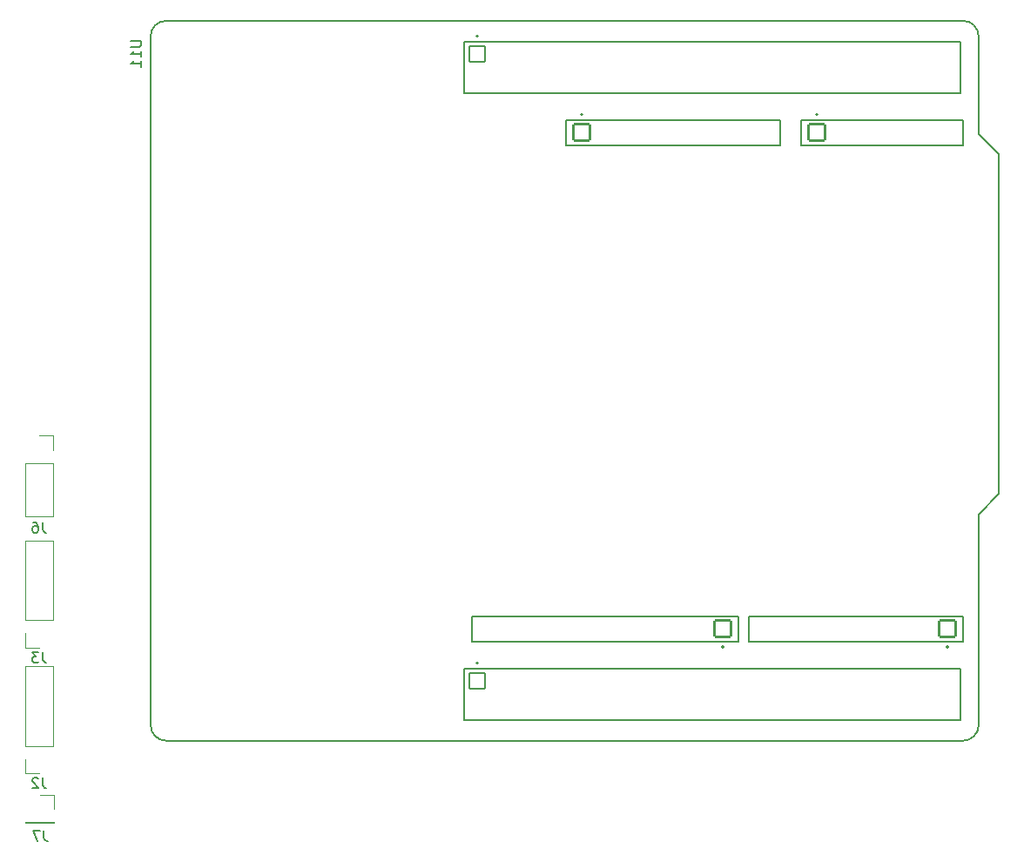
<source format=gbo>
%TF.GenerationSoftware,KiCad,Pcbnew,9.0.6*%
%TF.CreationDate,2025-11-14T23:18:00+01:00*%
%TF.ProjectId,uC_screen_power,75435f73-6372-4656-956e-5f706f776572,1*%
%TF.SameCoordinates,Original*%
%TF.FileFunction,Legend,Bot*%
%TF.FilePolarity,Positive*%
%FSLAX46Y46*%
G04 Gerber Fmt 4.6, Leading zero omitted, Abs format (unit mm)*
G04 Created by KiCad (PCBNEW 9.0.6) date 2025-11-14 23:18:00*
%MOMM*%
%LPD*%
G01*
G04 APERTURE LIST*
G04 Aperture macros list*
%AMRoundRect*
0 Rectangle with rounded corners*
0 $1 Rounding radius*
0 $2 $3 $4 $5 $6 $7 $8 $9 X,Y pos of 4 corners*
0 Add a 4 corners polygon primitive as box body*
4,1,4,$2,$3,$4,$5,$6,$7,$8,$9,$2,$3,0*
0 Add four circle primitives for the rounded corners*
1,1,$1+$1,$2,$3*
1,1,$1+$1,$4,$5*
1,1,$1+$1,$6,$7*
1,1,$1+$1,$8,$9*
0 Add four rect primitives between the rounded corners*
20,1,$1+$1,$2,$3,$4,$5,0*
20,1,$1+$1,$4,$5,$6,$7,0*
20,1,$1+$1,$6,$7,$8,$9,0*
20,1,$1+$1,$8,$9,$2,$3,0*%
G04 Aperture macros list end*
%ADD10C,0.150000*%
%ADD11C,0.120000*%
%ADD12C,0.127000*%
%ADD13C,0.200000*%
%ADD14RoundRect,0.250000X0.350000X-0.350000X0.350000X0.350000X-0.350000X0.350000X-0.350000X-0.350000X0*%
%ADD15C,1.200000*%
%ADD16O,1.500000X3.000000*%
%ADD17RoundRect,0.102000X-0.754000X-0.754000X0.754000X-0.754000X0.754000X0.754000X-0.754000X0.754000X0*%
%ADD18C,1.712000*%
%ADD19R,1.700000X1.700000*%
%ADD20C,1.700000*%
%ADD21R,3.500000X3.500000*%
%ADD22RoundRect,0.750000X-1.000000X0.750000X-1.000000X-0.750000X1.000000X-0.750000X1.000000X0.750000X0*%
%ADD23RoundRect,0.875000X-0.875000X0.875000X-0.875000X-0.875000X0.875000X-0.875000X0.875000X0.875000X0*%
%ADD24C,3.000000*%
%ADD25RoundRect,0.102000X-0.802500X0.802500X-0.802500X-0.802500X0.802500X-0.802500X0.802500X0.802500X0*%
%ADD26C,1.809000*%
%ADD27RoundRect,0.102000X-0.765000X0.765000X-0.765000X-0.765000X0.765000X-0.765000X0.765000X0.765000X0*%
%ADD28C,1.734000*%
G04 APERTURE END LIST*
D10*
X56633333Y-150354819D02*
X56633333Y-151069104D01*
X56633333Y-151069104D02*
X56680952Y-151211961D01*
X56680952Y-151211961D02*
X56776190Y-151307200D01*
X56776190Y-151307200D02*
X56919047Y-151354819D01*
X56919047Y-151354819D02*
X57014285Y-151354819D01*
X56252380Y-150354819D02*
X55585714Y-150354819D01*
X55585714Y-150354819D02*
X56014285Y-151354819D01*
X65109819Y-73566905D02*
X65919342Y-73566905D01*
X65919342Y-73566905D02*
X66014580Y-73614524D01*
X66014580Y-73614524D02*
X66062200Y-73662143D01*
X66062200Y-73662143D02*
X66109819Y-73757381D01*
X66109819Y-73757381D02*
X66109819Y-73947857D01*
X66109819Y-73947857D02*
X66062200Y-74043095D01*
X66062200Y-74043095D02*
X66014580Y-74090714D01*
X66014580Y-74090714D02*
X65919342Y-74138333D01*
X65919342Y-74138333D02*
X65109819Y-74138333D01*
X66109819Y-75138333D02*
X66109819Y-74566905D01*
X66109819Y-74852619D02*
X65109819Y-74852619D01*
X65109819Y-74852619D02*
X65252676Y-74757381D01*
X65252676Y-74757381D02*
X65347914Y-74662143D01*
X65347914Y-74662143D02*
X65395533Y-74566905D01*
X66109819Y-76090714D02*
X66109819Y-75519286D01*
X66109819Y-75805000D02*
X65109819Y-75805000D01*
X65109819Y-75805000D02*
X65252676Y-75709762D01*
X65252676Y-75709762D02*
X65347914Y-75614524D01*
X65347914Y-75614524D02*
X65395533Y-75519286D01*
X56533333Y-145244819D02*
X56533333Y-145959104D01*
X56533333Y-145959104D02*
X56580952Y-146101961D01*
X56580952Y-146101961D02*
X56676190Y-146197200D01*
X56676190Y-146197200D02*
X56819047Y-146244819D01*
X56819047Y-146244819D02*
X56914285Y-146244819D01*
X56104761Y-145340057D02*
X56057142Y-145292438D01*
X56057142Y-145292438D02*
X55961904Y-145244819D01*
X55961904Y-145244819D02*
X55723809Y-145244819D01*
X55723809Y-145244819D02*
X55628571Y-145292438D01*
X55628571Y-145292438D02*
X55580952Y-145340057D01*
X55580952Y-145340057D02*
X55533333Y-145435295D01*
X55533333Y-145435295D02*
X55533333Y-145530533D01*
X55533333Y-145530533D02*
X55580952Y-145673390D01*
X55580952Y-145673390D02*
X56152380Y-146244819D01*
X56152380Y-146244819D02*
X55533333Y-146244819D01*
X56533333Y-120394819D02*
X56533333Y-121109104D01*
X56533333Y-121109104D02*
X56580952Y-121251961D01*
X56580952Y-121251961D02*
X56676190Y-121347200D01*
X56676190Y-121347200D02*
X56819047Y-121394819D01*
X56819047Y-121394819D02*
X56914285Y-121394819D01*
X55628571Y-120394819D02*
X55819047Y-120394819D01*
X55819047Y-120394819D02*
X55914285Y-120442438D01*
X55914285Y-120442438D02*
X55961904Y-120490057D01*
X55961904Y-120490057D02*
X56057142Y-120632914D01*
X56057142Y-120632914D02*
X56104761Y-120823390D01*
X56104761Y-120823390D02*
X56104761Y-121204342D01*
X56104761Y-121204342D02*
X56057142Y-121299580D01*
X56057142Y-121299580D02*
X56009523Y-121347200D01*
X56009523Y-121347200D02*
X55914285Y-121394819D01*
X55914285Y-121394819D02*
X55723809Y-121394819D01*
X55723809Y-121394819D02*
X55628571Y-121347200D01*
X55628571Y-121347200D02*
X55580952Y-121299580D01*
X55580952Y-121299580D02*
X55533333Y-121204342D01*
X55533333Y-121204342D02*
X55533333Y-120966247D01*
X55533333Y-120966247D02*
X55580952Y-120871009D01*
X55580952Y-120871009D02*
X55628571Y-120823390D01*
X55628571Y-120823390D02*
X55723809Y-120775771D01*
X55723809Y-120775771D02*
X55914285Y-120775771D01*
X55914285Y-120775771D02*
X56009523Y-120823390D01*
X56009523Y-120823390D02*
X56057142Y-120871009D01*
X56057142Y-120871009D02*
X56104761Y-120966247D01*
X56533333Y-133034819D02*
X56533333Y-133749104D01*
X56533333Y-133749104D02*
X56580952Y-133891961D01*
X56580952Y-133891961D02*
X56676190Y-133987200D01*
X56676190Y-133987200D02*
X56819047Y-134034819D01*
X56819047Y-134034819D02*
X56914285Y-134034819D01*
X56152380Y-133034819D02*
X55533333Y-133034819D01*
X55533333Y-133034819D02*
X55866666Y-133415771D01*
X55866666Y-133415771D02*
X55723809Y-133415771D01*
X55723809Y-133415771D02*
X55628571Y-133463390D01*
X55628571Y-133463390D02*
X55580952Y-133511009D01*
X55580952Y-133511009D02*
X55533333Y-133606247D01*
X55533333Y-133606247D02*
X55533333Y-133844342D01*
X55533333Y-133844342D02*
X55580952Y-133939580D01*
X55580952Y-133939580D02*
X55628571Y-133987200D01*
X55628571Y-133987200D02*
X55723809Y-134034819D01*
X55723809Y-134034819D02*
X56009523Y-134034819D01*
X56009523Y-134034819D02*
X56104761Y-133987200D01*
X56104761Y-133987200D02*
X56152380Y-133939580D01*
D11*
%TO.C,J7*%
X54870000Y-149520000D02*
X54870000Y-149630000D01*
X57630000Y-146870000D02*
X56250000Y-146870000D01*
X57630000Y-148250000D02*
X57630000Y-146870000D01*
X57630000Y-149520000D02*
X54870000Y-149520000D01*
X57630000Y-149520000D02*
X57630000Y-149630000D01*
X57630000Y-149630000D02*
X54870000Y-149630000D01*
D12*
%TO.C,U11*%
X67040000Y-73130000D02*
X67040000Y-140130000D01*
X68540000Y-141630000D02*
X146040000Y-141630000D01*
X97510000Y-73650000D02*
X145770000Y-73650000D01*
X97510000Y-78650000D02*
X97510000Y-73650000D01*
X97510000Y-134610000D02*
X145770000Y-134610000D01*
X97510000Y-139610000D02*
X97510000Y-134610000D01*
X98280000Y-129510000D02*
X124180000Y-129510000D01*
X98280000Y-132010000D02*
X98280000Y-129510000D01*
X107420000Y-81250000D02*
X128240000Y-81250000D01*
X107420000Y-83750000D02*
X107420000Y-81250000D01*
X124180000Y-129510000D02*
X124180000Y-132010000D01*
X124180000Y-132010000D02*
X98280000Y-132010000D01*
X125200000Y-129510000D02*
X146020000Y-129510000D01*
X125200000Y-132010000D02*
X125200000Y-129510000D01*
X128240000Y-81250000D02*
X128240000Y-83750000D01*
X128240000Y-83750000D02*
X107420000Y-83750000D01*
X130280000Y-81250000D02*
X146020000Y-81250000D01*
X130280000Y-83750000D02*
X130280000Y-81250000D01*
X145770000Y-73650000D02*
X145770000Y-78650000D01*
X145770000Y-78650000D02*
X97510000Y-78650000D01*
X145770000Y-134610000D02*
X145770000Y-139610000D01*
X145770000Y-139610000D02*
X97510000Y-139610000D01*
X146020000Y-81250000D02*
X146020000Y-83750000D01*
X146020000Y-83750000D02*
X130280000Y-83750000D01*
X146020000Y-129510000D02*
X146020000Y-132010000D01*
X146020000Y-132010000D02*
X125200000Y-132010000D01*
X146040000Y-71630000D02*
X68540000Y-71630000D01*
X147540000Y-82630000D02*
X147540000Y-73130000D01*
X147540000Y-119630000D02*
X149540000Y-117630000D01*
X147540000Y-140130000D02*
X147540000Y-119630000D01*
X149540000Y-84630000D02*
X147540000Y-82630000D01*
X149540000Y-117630000D02*
X149540000Y-84630000D01*
X67040000Y-73130000D02*
G75*
G02*
X68540000Y-71630000I1500001J-1D01*
G01*
X68540000Y-141630000D02*
G75*
G02*
X67040000Y-140130000I0J1500000D01*
G01*
X146040000Y-71630000D02*
G75*
G02*
X147540000Y-73130000I-1J-1500001D01*
G01*
X147540000Y-140130000D02*
G75*
G02*
X146040000Y-141630000I-1500000J0D01*
G01*
D13*
X98880000Y-73130000D02*
G75*
G02*
X98680000Y-73130000I-100000J0D01*
G01*
X98680000Y-73130000D02*
G75*
G02*
X98880000Y-73130000I100000J0D01*
G01*
X98880000Y-134090000D02*
G75*
G02*
X98680000Y-134090000I-100000J0D01*
G01*
X98680000Y-134090000D02*
G75*
G02*
X98880000Y-134090000I100000J0D01*
G01*
X109040000Y-80750000D02*
G75*
G02*
X108840000Y-80750000I-100000J0D01*
G01*
X108840000Y-80750000D02*
G75*
G02*
X109040000Y-80750000I100000J0D01*
G01*
X122760000Y-132510000D02*
G75*
G02*
X122560000Y-132510000I-100000J0D01*
G01*
X122560000Y-132510000D02*
G75*
G02*
X122760000Y-132510000I100000J0D01*
G01*
X131900000Y-80750000D02*
G75*
G02*
X131700000Y-80750000I-100000J0D01*
G01*
X131700000Y-80750000D02*
G75*
G02*
X131900000Y-80750000I100000J0D01*
G01*
X144600000Y-132510000D02*
G75*
G02*
X144400000Y-132510000I-100000J0D01*
G01*
X144400000Y-132510000D02*
G75*
G02*
X144600000Y-132510000I100000J0D01*
G01*
D11*
%TO.C,J2*%
X54820000Y-134410000D02*
X57580000Y-134410000D01*
X54820000Y-142140000D02*
X54820000Y-134410000D01*
X54820000Y-142140000D02*
X57580000Y-142140000D01*
X54820000Y-143410000D02*
X54820000Y-144790000D01*
X54820000Y-144790000D02*
X56200000Y-144790000D01*
X57580000Y-142140000D02*
X57580000Y-134410000D01*
%TO.C,J6*%
X54820000Y-114630000D02*
X54820000Y-119820000D01*
X57580000Y-111980000D02*
X56200000Y-111980000D01*
X57580000Y-113360000D02*
X57580000Y-111980000D01*
X57580000Y-114630000D02*
X54820000Y-114630000D01*
X57580000Y-114630000D02*
X57580000Y-119820000D01*
X57580000Y-119820000D02*
X54820000Y-119820000D01*
%TO.C,J3*%
X54820000Y-122200000D02*
X57580000Y-122200000D01*
X54820000Y-129930000D02*
X54820000Y-122200000D01*
X54820000Y-129930000D02*
X57580000Y-129930000D01*
X54820000Y-131200000D02*
X54820000Y-132580000D01*
X54820000Y-132580000D02*
X56200000Y-132580000D01*
X57580000Y-129930000D02*
X57580000Y-122200000D01*
%TD*%
%LPC*%
D14*
%TO.C,C67*%
X76800000Y-65000000D03*
D15*
X76800000Y-63000000D03*
%TD*%
D16*
%TO.C,U10*%
X97680000Y-147500000D03*
X100220000Y-147500000D03*
X102760000Y-147500000D03*
X105300000Y-147500000D03*
X107840000Y-147500000D03*
X110380000Y-147500000D03*
X112920000Y-147500000D03*
X115460000Y-147500000D03*
X118000000Y-147500000D03*
X120540000Y-147500000D03*
X123080000Y-147500000D03*
X125620000Y-147500000D03*
X128160000Y-147500000D03*
X130700000Y-147500000D03*
X110410000Y-66700000D03*
X112950000Y-66700000D03*
X115490000Y-66700000D03*
X118030000Y-66700000D03*
%TD*%
D17*
%TO.C,SW76*%
X130000000Y-56400000D03*
D18*
X136500000Y-56400000D03*
X130000000Y-60900000D03*
X136500000Y-60900000D03*
%TD*%
D19*
%TO.C,J4*%
X56200000Y-106320000D03*
D20*
X56200000Y-103780000D03*
X56200000Y-101240000D03*
X56200000Y-98700000D03*
%TD*%
D14*
%TO.C,C66*%
X70200000Y-64972600D03*
D15*
X70200000Y-62972600D03*
%TD*%
D17*
%TO.C,SW74*%
X104600000Y-56350000D03*
D18*
X111100000Y-56350000D03*
X104600000Y-60850000D03*
X111100000Y-60850000D03*
%TD*%
D17*
%TO.C,SW75*%
X117300000Y-56400000D03*
D18*
X123800000Y-56400000D03*
X117300000Y-60900000D03*
X123800000Y-60900000D03*
%TD*%
D21*
%TO.C,J1*%
X60000000Y-67000000D03*
D22*
X60000000Y-61000000D03*
D23*
X55300000Y-64000000D03*
%TD*%
D19*
%TO.C,J5*%
X56250000Y-81310000D03*
D20*
X56250000Y-78770000D03*
X56250000Y-76230000D03*
X56250000Y-73690000D03*
%TD*%
D17*
%TO.C,SW73*%
X91900000Y-56350000D03*
D18*
X98400000Y-56350000D03*
X91900000Y-60850000D03*
X98400000Y-60850000D03*
%TD*%
D19*
%TO.C,J7*%
X56250000Y-148250000D03*
%TD*%
D24*
%TO.C,U11*%
X94970000Y-82500000D03*
X147040000Y-115520000D03*
X96240000Y-130760000D03*
D25*
X122660000Y-130760000D03*
D26*
X120120000Y-130760000D03*
X117580000Y-130760000D03*
X115040000Y-130760000D03*
X112500000Y-130760000D03*
X109960000Y-130760000D03*
X107420000Y-130760000D03*
X104880000Y-130760000D03*
X102340000Y-130760000D03*
X99800000Y-130760000D03*
D25*
X108940000Y-82500000D03*
D26*
X111480000Y-82500000D03*
X114020000Y-82500000D03*
X116560000Y-82500000D03*
X119100000Y-82500000D03*
X121640000Y-82500000D03*
X124180000Y-82500000D03*
X126720000Y-82500000D03*
D27*
X98780000Y-74880000D03*
D28*
X98780000Y-77420000D03*
X101320000Y-74880000D03*
X101320000Y-77420000D03*
X103860000Y-74880000D03*
X103860000Y-77420000D03*
X106400000Y-74880000D03*
X106400000Y-77420000D03*
X108940000Y-74880000D03*
X108940000Y-77420000D03*
X111480000Y-74880000D03*
X111480000Y-77420000D03*
X114020000Y-74880000D03*
X114020000Y-77420000D03*
X116560000Y-74880000D03*
X116560000Y-77420000D03*
X119100000Y-74880000D03*
X119100000Y-77420000D03*
X121640000Y-74880000D03*
X121640000Y-77420000D03*
X124180000Y-74880000D03*
X124180000Y-77420000D03*
X126720000Y-74880000D03*
X126720000Y-77420000D03*
X129260000Y-74880000D03*
X129260000Y-77420000D03*
X131800000Y-74880000D03*
X131800000Y-77420000D03*
X134340000Y-74880000D03*
X134340000Y-77420000D03*
X136880000Y-74880000D03*
X136880000Y-77420000D03*
X139420000Y-74880000D03*
X139420000Y-77420000D03*
X141960000Y-74880000D03*
X141960000Y-77420000D03*
X144500000Y-74880000D03*
X144500000Y-77420000D03*
D25*
X131800000Y-82500000D03*
D26*
X134340000Y-82500000D03*
X136880000Y-82500000D03*
X139420000Y-82500000D03*
X141960000Y-82500000D03*
X144500000Y-82500000D03*
D25*
X144500000Y-130760000D03*
D26*
X141960000Y-130760000D03*
X139420000Y-130760000D03*
X136880000Y-130760000D03*
X134340000Y-130760000D03*
X131800000Y-130760000D03*
X129260000Y-130760000D03*
X126720000Y-130760000D03*
D27*
X98780000Y-135840000D03*
D28*
X98780000Y-138380000D03*
X101320000Y-135840000D03*
X101320000Y-138380000D03*
X103860000Y-135840000D03*
X103860000Y-138380000D03*
X106400000Y-135840000D03*
X106400000Y-138380000D03*
X108940000Y-135840000D03*
X108940000Y-138380000D03*
X111480000Y-135840000D03*
X111480000Y-138380000D03*
X114020000Y-135840000D03*
X114020000Y-138380000D03*
X116560000Y-135840000D03*
X116560000Y-138380000D03*
X119100000Y-135840000D03*
X119100000Y-138380000D03*
X121640000Y-135840000D03*
X121640000Y-138380000D03*
X124180000Y-135840000D03*
X124180000Y-138380000D03*
X126720000Y-135840000D03*
X126720000Y-138380000D03*
X129260000Y-135840000D03*
X129260000Y-138380000D03*
X131800000Y-135840000D03*
X131800000Y-138380000D03*
X134340000Y-135840000D03*
X134340000Y-138380000D03*
X136880000Y-135840000D03*
X136880000Y-138380000D03*
X139420000Y-135840000D03*
X139420000Y-138380000D03*
X141960000Y-135840000D03*
X141960000Y-138380000D03*
X144500000Y-135840000D03*
X144500000Y-138380000D03*
X73380000Y-138460000D03*
X70880000Y-138460000D03*
X73380000Y-74890000D03*
X70880000Y-74890000D03*
%TD*%
D19*
%TO.C,J2*%
X56200000Y-143410000D03*
D20*
X56200000Y-140870000D03*
X56200000Y-138330000D03*
X56200000Y-135790000D03*
%TD*%
D19*
%TO.C,J6*%
X56200000Y-113360000D03*
D20*
X56200000Y-115900000D03*
X56200000Y-118440000D03*
%TD*%
D19*
%TO.C,J3*%
X56200000Y-131200000D03*
D20*
X56200000Y-128660000D03*
X56200000Y-126120000D03*
X56200000Y-123580000D03*
%TD*%
%LPD*%
M02*

</source>
